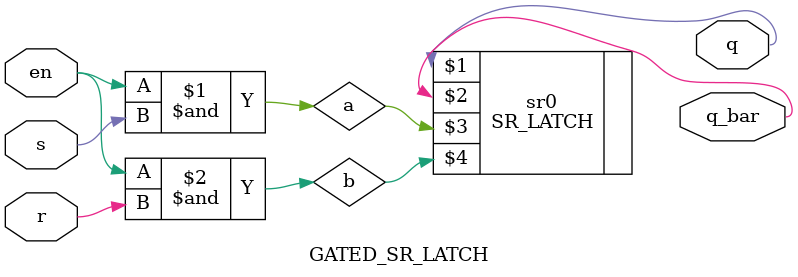
<source format=v>
module GATED_SR_LATCH(q,q_bar,s,r,en);
   input s,r,en;
   output q,q_bar;
   and(a,en,s);
   and(b,en,r);
   SR_LATCH sr0(q,q_bar,a,b);
endmodule // GATED_SR_LATCH

</source>
